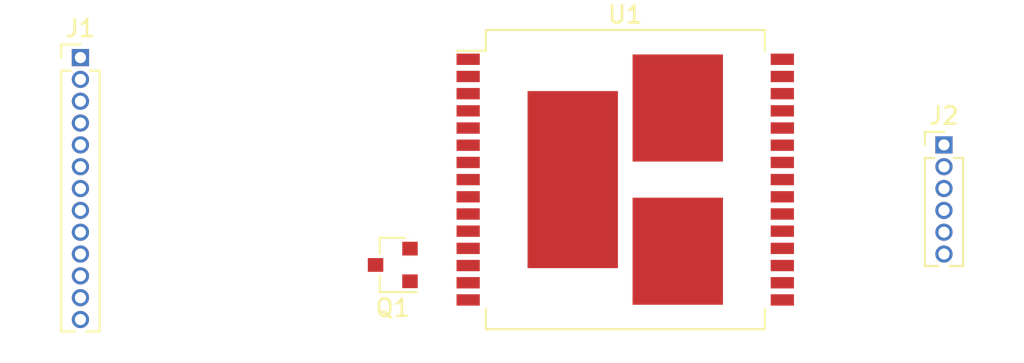
<source format=kicad_pcb>
(kicad_pcb (version 20171130) (host pcbnew "(5.1.9)-1")

  (general
    (thickness 1.6)
    (drawings 0)
    (tracks 0)
    (zones 0)
    (modules 4)
    (nets 21)
  )

  (page User 200 150.012)
  (title_block
    (title MotorDriverBreakout)
    (date 2021-09-27)
    (rev 0)
    (company "Mars Rover Design Team")
    (comment 1 "Drawn By: Patrick Simoni")
  )

  (layers
    (0 F.Cu signal)
    (31 B.Cu signal)
    (32 B.Adhes user)
    (33 F.Adhes user)
    (34 B.Paste user)
    (35 F.Paste user)
    (36 B.SilkS user)
    (37 F.SilkS user)
    (38 B.Mask user)
    (39 F.Mask user)
    (40 Dwgs.User user)
    (41 Cmts.User user)
    (42 Eco1.User user)
    (43 Eco2.User user)
    (44 Edge.Cuts user)
    (45 Margin user)
    (46 B.CrtYd user)
    (47 F.CrtYd user)
    (48 B.Fab user)
    (49 F.Fab user)
  )

  (setup
    (last_trace_width 0.25)
    (trace_clearance 0.2)
    (zone_clearance 0.508)
    (zone_45_only no)
    (trace_min 0.2)
    (via_size 0.8)
    (via_drill 0.4)
    (via_min_size 0.4)
    (via_min_drill 0.3)
    (uvia_size 0.3)
    (uvia_drill 0.1)
    (uvias_allowed no)
    (uvia_min_size 0.2)
    (uvia_min_drill 0.1)
    (edge_width 0.05)
    (segment_width 0.2)
    (pcb_text_width 0.3)
    (pcb_text_size 1.5 1.5)
    (mod_edge_width 0.12)
    (mod_text_size 1 1)
    (mod_text_width 0.15)
    (pad_size 1.524 1.524)
    (pad_drill 0.762)
    (pad_to_mask_clearance 0)
    (aux_axis_origin 0 0)
    (visible_elements 7FFFF7FF)
    (pcbplotparams
      (layerselection 0x010fc_ffffffff)
      (usegerberextensions false)
      (usegerberattributes true)
      (usegerberadvancedattributes true)
      (creategerberjobfile true)
      (excludeedgelayer true)
      (linewidth 0.100000)
      (plotframeref false)
      (viasonmask false)
      (mode 1)
      (useauxorigin false)
      (hpglpennumber 1)
      (hpglpenspeed 20)
      (hpglpendiameter 15.000000)
      (psnegative false)
      (psa4output false)
      (plotreference true)
      (plotvalue true)
      (plotinvisibletext false)
      (padsonsilk false)
      (subtractmaskfromsilk false)
      (outputformat 1)
      (mirror false)
      (drillshape 1)
      (scaleselection 1)
      (outputdirectory ""))
  )

  (net 0 "")
  (net 1 "Net-(Q1-Pad3)")
  (net 2 "Net-(J1-Pad11)")
  (net 3 "Net-(Q1-Pad1)")
  (net 4 "Net-(J2-Pad1)")
  (net 5 "Net-(U1-Pad29)")
  (net 6 "Net-(U1-Pad2)")
  (net 7 "Net-(C1-Pad2)")
  (net 8 "Net-(J1-Pad10)")
  (net 9 "Net-(J1-Pad7)")
  (net 10 "Net-(U1-Pad24)")
  (net 11 "Net-(J1-Pad8)")
  (net 12 "Net-(R3-Pad1)")
  (net 13 "Net-(U1-Pad22)")
  (net 14 "Net-(J1-Pad5)")
  (net 15 "Net-(J2-Pad4)")
  (net 16 "Net-(J1-Pad9)")
  (net 17 "Net-(U1-Pad17)")
  (net 18 "Net-(U1-Pad14)")
  (net 19 "Net-(J1-Pad6)")
  (net 20 "Net-(C1-Pad1)")

  (net_class Default "This is the default net class."
    (clearance 0.2)
    (trace_width 0.25)
    (via_dia 0.8)
    (via_drill 0.4)
    (uvia_dia 0.3)
    (uvia_drill 0.1)
    (add_net "Net-(C1-Pad1)")
    (add_net "Net-(C1-Pad2)")
    (add_net "Net-(J1-Pad10)")
    (add_net "Net-(J1-Pad11)")
    (add_net "Net-(J1-Pad5)")
    (add_net "Net-(J1-Pad6)")
    (add_net "Net-(J1-Pad7)")
    (add_net "Net-(J1-Pad8)")
    (add_net "Net-(J1-Pad9)")
    (add_net "Net-(J2-Pad1)")
    (add_net "Net-(J2-Pad4)")
    (add_net "Net-(Q1-Pad1)")
    (add_net "Net-(Q1-Pad3)")
    (add_net "Net-(R3-Pad1)")
    (add_net "Net-(U1-Pad14)")
    (add_net "Net-(U1-Pad17)")
    (add_net "Net-(U1-Pad2)")
    (add_net "Net-(U1-Pad22)")
    (add_net "Net-(U1-Pad24)")
    (add_net "Net-(U1-Pad29)")
  )

  (module Connector_PinHeader_1.27mm:PinHeader_1x06_P1.27mm_Vertical (layer F.Cu) (tedit 59FED6E3) (tstamp 6152FA6E)
    (at 116.84 53.975)
    (descr "Through hole straight pin header, 1x06, 1.27mm pitch, single row")
    (tags "Through hole pin header THT 1x06 1.27mm single row")
    (path /6153B4E4)
    (fp_text reference J2 (at 0 -1.695) (layer F.SilkS)
      (effects (font (size 1 1) (thickness 0.15)))
    )
    (fp_text value Conn_01x06 (at 0 8.045) (layer F.Fab)
      (effects (font (size 1 1) (thickness 0.15)))
    )
    (fp_text user %R (at 0 3.175 90) (layer F.Fab)
      (effects (font (size 1 1) (thickness 0.15)))
    )
    (fp_line (start -0.525 -0.635) (end 1.05 -0.635) (layer F.Fab) (width 0.1))
    (fp_line (start 1.05 -0.635) (end 1.05 6.985) (layer F.Fab) (width 0.1))
    (fp_line (start 1.05 6.985) (end -1.05 6.985) (layer F.Fab) (width 0.1))
    (fp_line (start -1.05 6.985) (end -1.05 -0.11) (layer F.Fab) (width 0.1))
    (fp_line (start -1.05 -0.11) (end -0.525 -0.635) (layer F.Fab) (width 0.1))
    (fp_line (start -1.11 7.045) (end -0.30753 7.045) (layer F.SilkS) (width 0.12))
    (fp_line (start 0.30753 7.045) (end 1.11 7.045) (layer F.SilkS) (width 0.12))
    (fp_line (start -1.11 0.76) (end -1.11 7.045) (layer F.SilkS) (width 0.12))
    (fp_line (start 1.11 0.76) (end 1.11 7.045) (layer F.SilkS) (width 0.12))
    (fp_line (start -1.11 0.76) (end -0.563471 0.76) (layer F.SilkS) (width 0.12))
    (fp_line (start 0.563471 0.76) (end 1.11 0.76) (layer F.SilkS) (width 0.12))
    (fp_line (start -1.11 0) (end -1.11 -0.76) (layer F.SilkS) (width 0.12))
    (fp_line (start -1.11 -0.76) (end 0 -0.76) (layer F.SilkS) (width 0.12))
    (fp_line (start -1.55 -1.15) (end -1.55 7.5) (layer F.CrtYd) (width 0.05))
    (fp_line (start -1.55 7.5) (end 1.55 7.5) (layer F.CrtYd) (width 0.05))
    (fp_line (start 1.55 7.5) (end 1.55 -1.15) (layer F.CrtYd) (width 0.05))
    (fp_line (start 1.55 -1.15) (end -1.55 -1.15) (layer F.CrtYd) (width 0.05))
    (pad 6 thru_hole oval (at 0 6.35) (size 1 1) (drill 0.65) (layers *.Cu *.Mask)
      (net 15 "Net-(J2-Pad4)"))
    (pad 5 thru_hole oval (at 0 5.08) (size 1 1) (drill 0.65) (layers *.Cu *.Mask)
      (net 15 "Net-(J2-Pad4)"))
    (pad 4 thru_hole oval (at 0 3.81) (size 1 1) (drill 0.65) (layers *.Cu *.Mask)
      (net 15 "Net-(J2-Pad4)"))
    (pad 3 thru_hole oval (at 0 2.54) (size 1 1) (drill 0.65) (layers *.Cu *.Mask)
      (net 4 "Net-(J2-Pad1)"))
    (pad 2 thru_hole oval (at 0 1.27) (size 1 1) (drill 0.65) (layers *.Cu *.Mask)
      (net 4 "Net-(J2-Pad1)"))
    (pad 1 thru_hole rect (at 0 0) (size 1 1) (drill 0.65) (layers *.Cu *.Mask)
      (net 4 "Net-(J2-Pad1)"))
    (model ${KISYS3DMOD}/Connector_PinHeader_1.27mm.3dshapes/PinHeader_1x06_P1.27mm_Vertical.wrl
      (at (xyz 0 0 0))
      (scale (xyz 1 1 1))
      (rotate (xyz 0 0 0))
    )
  )

  (module Connector_PinHeader_1.27mm:PinHeader_1x13_P1.27mm_Vertical (layer F.Cu) (tedit 59FED6E3) (tstamp 6152FA52)
    (at 66.675 48.895)
    (descr "Through hole straight pin header, 1x13, 1.27mm pitch, single row")
    (tags "Through hole pin header THT 1x13 1.27mm single row")
    (path /6152C2DC)
    (fp_text reference J1 (at 0 -1.695) (layer F.SilkS)
      (effects (font (size 1 1) (thickness 0.15)))
    )
    (fp_text value Conn_01x13 (at 0 16.935) (layer F.Fab)
      (effects (font (size 1 1) (thickness 0.15)))
    )
    (fp_text user %R (at 0 7.62 90) (layer F.Fab)
      (effects (font (size 1 1) (thickness 0.15)))
    )
    (fp_line (start -0.525 -0.635) (end 1.05 -0.635) (layer F.Fab) (width 0.1))
    (fp_line (start 1.05 -0.635) (end 1.05 15.875) (layer F.Fab) (width 0.1))
    (fp_line (start 1.05 15.875) (end -1.05 15.875) (layer F.Fab) (width 0.1))
    (fp_line (start -1.05 15.875) (end -1.05 -0.11) (layer F.Fab) (width 0.1))
    (fp_line (start -1.05 -0.11) (end -0.525 -0.635) (layer F.Fab) (width 0.1))
    (fp_line (start -1.11 15.935) (end -0.30753 15.935) (layer F.SilkS) (width 0.12))
    (fp_line (start 0.30753 15.935) (end 1.11 15.935) (layer F.SilkS) (width 0.12))
    (fp_line (start -1.11 0.76) (end -1.11 15.935) (layer F.SilkS) (width 0.12))
    (fp_line (start 1.11 0.76) (end 1.11 15.935) (layer F.SilkS) (width 0.12))
    (fp_line (start -1.11 0.76) (end -0.563471 0.76) (layer F.SilkS) (width 0.12))
    (fp_line (start 0.563471 0.76) (end 1.11 0.76) (layer F.SilkS) (width 0.12))
    (fp_line (start -1.11 0) (end -1.11 -0.76) (layer F.SilkS) (width 0.12))
    (fp_line (start -1.11 -0.76) (end 0 -0.76) (layer F.SilkS) (width 0.12))
    (fp_line (start -1.55 -1.15) (end -1.55 16.4) (layer F.CrtYd) (width 0.05))
    (fp_line (start -1.55 16.4) (end 1.55 16.4) (layer F.CrtYd) (width 0.05))
    (fp_line (start 1.55 16.4) (end 1.55 -1.15) (layer F.CrtYd) (width 0.05))
    (fp_line (start 1.55 -1.15) (end -1.55 -1.15) (layer F.CrtYd) (width 0.05))
    (pad 13 thru_hole oval (at 0 15.24) (size 1 1) (drill 0.65) (layers *.Cu *.Mask)
      (net 2 "Net-(J1-Pad11)"))
    (pad 12 thru_hole oval (at 0 13.97) (size 1 1) (drill 0.65) (layers *.Cu *.Mask)
      (net 2 "Net-(J1-Pad11)"))
    (pad 11 thru_hole oval (at 0 12.7) (size 1 1) (drill 0.65) (layers *.Cu *.Mask)
      (net 2 "Net-(J1-Pad11)"))
    (pad 10 thru_hole oval (at 0 11.43) (size 1 1) (drill 0.65) (layers *.Cu *.Mask)
      (net 8 "Net-(J1-Pad10)"))
    (pad 9 thru_hole oval (at 0 10.16) (size 1 1) (drill 0.65) (layers *.Cu *.Mask)
      (net 16 "Net-(J1-Pad9)"))
    (pad 8 thru_hole oval (at 0 8.89) (size 1 1) (drill 0.65) (layers *.Cu *.Mask)
      (net 11 "Net-(J1-Pad8)"))
    (pad 7 thru_hole oval (at 0 7.62) (size 1 1) (drill 0.65) (layers *.Cu *.Mask)
      (net 9 "Net-(J1-Pad7)"))
    (pad 6 thru_hole oval (at 0 6.35) (size 1 1) (drill 0.65) (layers *.Cu *.Mask)
      (net 19 "Net-(J1-Pad6)"))
    (pad 5 thru_hole oval (at 0 5.08) (size 1 1) (drill 0.65) (layers *.Cu *.Mask)
      (net 14 "Net-(J1-Pad5)"))
    (pad 4 thru_hole oval (at 0 3.81) (size 1 1) (drill 0.65) (layers *.Cu *.Mask)
      (net 20 "Net-(C1-Pad1)"))
    (pad 3 thru_hole oval (at 0 2.54) (size 1 1) (drill 0.65) (layers *.Cu *.Mask)
      (net 7 "Net-(C1-Pad2)"))
    (pad 2 thru_hole oval (at 0 1.27) (size 1 1) (drill 0.65) (layers *.Cu *.Mask)
      (net 7 "Net-(C1-Pad2)"))
    (pad 1 thru_hole rect (at 0 0) (size 1 1) (drill 0.65) (layers *.Cu *.Mask)
      (net 7 "Net-(C1-Pad2)"))
    (model ${KISYS3DMOD}/Connector_PinHeader_1.27mm.3dshapes/PinHeader_1x13_P1.27mm_Vertical.wrl
      (at (xyz 0 0 0))
      (scale (xyz 1 1 1))
      (rotate (xyz 0 0 0))
    )
  )

  (module Package_SO:ST_MultiPowerSO-30 (layer F.Cu) (tedit 5A02F25C) (tstamp 615291D8)
    (at 98.325 55.995)
    (descr "MultiPowerSO-30 3EP 16.0x17.2mm Pitch 1mm (http://www.st.com/resource/en/datasheet/vnh2sp30-e.pdf)")
    (tags "MultiPowerSO-30 3EP 16.0x17.2mm Pitch 1mm")
    (path /615E1185)
    (attr smd)
    (fp_text reference U1 (at 0 -9.6) (layer F.SilkS)
      (effects (font (size 1 1) (thickness 0.15)))
    )
    (fp_text value VNH5019A-E (at 0 9.6) (layer F.Fab)
      (effects (font (size 1 1) (thickness 0.15)))
    )
    (fp_line (start 10.05 8.85) (end -10.05 8.85) (layer F.CrtYd) (width 0.05))
    (fp_line (start 10.05 8.85) (end 10.05 -8.85) (layer F.CrtYd) (width 0.05))
    (fp_line (start -10.05 -8.85) (end -10.05 8.85) (layer F.CrtYd) (width 0.05))
    (fp_line (start -10.05 -8.85) (end 10.05 -8.85) (layer F.CrtYd) (width 0.05))
    (fp_line (start -8 -7.6) (end -8 8.6) (layer F.Fab) (width 0.1))
    (fp_line (start -7 -8.6) (end -8 -7.6) (layer F.Fab) (width 0.1))
    (fp_line (start 8 -8.6) (end -7 -8.6) (layer F.Fab) (width 0.1))
    (fp_line (start 8 8.6) (end 8 -8.6) (layer F.Fab) (width 0.1))
    (fp_line (start -8 8.6) (end 8 8.6) (layer F.Fab) (width 0.1))
    (fp_line (start -8.1 -7.5) (end -9.8 -7.5) (layer F.SilkS) (width 0.12))
    (fp_line (start -8.1 -8.7) (end -8.1 -7.5) (layer F.SilkS) (width 0.12))
    (fp_line (start -8 -8.7) (end -8.1 -8.7) (layer F.SilkS) (width 0.12))
    (fp_line (start 8 -8.7) (end -8 -8.7) (layer F.SilkS) (width 0.12))
    (fp_line (start -8.1 8.7) (end -8.1 7.5) (layer F.SilkS) (width 0.12))
    (fp_line (start 8 8.7) (end -8.1 8.7) (layer F.SilkS) (width 0.12))
    (fp_line (start 8.1 8.7) (end 8.1 7.5) (layer F.SilkS) (width 0.12))
    (fp_line (start 8 8.7) (end 8.1 8.7) (layer F.SilkS) (width 0.12))
    (fp_line (start 8.1 -8.7) (end 8.1 -7.5) (layer F.SilkS) (width 0.12))
    (fp_line (start 8 -8.7) (end 8.1 -8.7) (layer F.SilkS) (width 0.12))
    (fp_text user %R (at 0 0) (layer F.Fab)
      (effects (font (size 1 1) (thickness 0.15)))
    )
    (pad 33 smd rect (at 3.05 -4.165) (size 5.25 6.23) (layers F.Cu F.Paste F.Mask)
      (net 4 "Net-(J2-Pad1)"))
    (pad 31 smd rect (at -3.05 0) (size 5.25 10.3) (layers F.Cu F.Paste F.Mask)
      (net 1 "Net-(Q1-Pad3)"))
    (pad 30 smd rect (at 9.125 -7 270) (size 0.66 1.35) (layers F.Cu F.Paste F.Mask)
      (net 4 "Net-(J2-Pad1)"))
    (pad 1 smd rect (at -9.125 -7 270) (size 0.66 1.35) (layers F.Cu F.Paste F.Mask)
      (net 4 "Net-(J2-Pad1)"))
    (pad 29 smd rect (at 9.125 -6 270) (size 0.66 1.35) (layers F.Cu F.Paste F.Mask)
      (net 5 "Net-(U1-Pad29)"))
    (pad 2 smd rect (at -9.125 -6 270) (size 0.66 1.35) (layers F.Cu F.Paste F.Mask)
      (net 6 "Net-(U1-Pad2)"))
    (pad 28 smd rect (at 9.125 -5 270) (size 0.66 1.35) (layers F.Cu F.Paste F.Mask)
      (net 7 "Net-(C1-Pad2)"))
    (pad 3 smd rect (at -9.125 -5 270) (size 0.66 1.35) (layers F.Cu F.Paste F.Mask)
      (net 1 "Net-(Q1-Pad3)"))
    (pad 27 smd rect (at 9.125 -4 270) (size 0.66 1.35) (layers F.Cu F.Paste F.Mask)
      (net 7 "Net-(C1-Pad2)"))
    (pad 4 smd rect (at -9.125 -4 270) (size 0.66 1.35) (layers F.Cu F.Paste F.Mask)
      (net 8 "Net-(J1-Pad10)"))
    (pad 26 smd rect (at 9.125 -3 270) (size 0.66 1.35) (layers F.Cu F.Paste F.Mask)
      (net 7 "Net-(C1-Pad2)"))
    (pad 5 smd rect (at -9.125 -3 270) (size 0.66 1.35) (layers F.Cu F.Paste F.Mask)
      (net 9 "Net-(J1-Pad7)"))
    (pad 25 smd rect (at 9.125 -2 270) (size 0.66 1.35) (layers F.Cu F.Paste F.Mask)
      (net 4 "Net-(J2-Pad1)"))
    (pad 6 smd rect (at -9.125 -2 270) (size 0.66 1.35) (layers F.Cu F.Paste F.Mask)
      (net 7 "Net-(C1-Pad2)"))
    (pad 24 smd rect (at 9.125 -1 270) (size 0.66 1.35) (layers F.Cu F.Paste F.Mask)
      (net 10 "Net-(U1-Pad24)"))
    (pad 7 smd rect (at -9.125 -1 270) (size 0.66 1.35) (layers F.Cu F.Paste F.Mask)
      (net 11 "Net-(J1-Pad8)"))
    (pad 23 smd rect (at 9.125 0 270) (size 0.66 1.35) (layers F.Cu F.Paste F.Mask)
      (net 1 "Net-(Q1-Pad3)"))
    (pad 8 smd rect (at -9.125 0 270) (size 0.66 1.35) (layers F.Cu F.Paste F.Mask)
      (net 12 "Net-(R3-Pad1)"))
    (pad 22 smd rect (at 9.125 1 270) (size 0.66 1.35) (layers F.Cu F.Paste F.Mask)
      (net 13 "Net-(U1-Pad22)"))
    (pad 9 smd rect (at -9.125 1 270) (size 0.66 1.35) (layers F.Cu F.Paste F.Mask)
      (net 14 "Net-(J1-Pad5)"))
    (pad 21 smd rect (at 9.125 2 270) (size 0.66 1.35) (layers F.Cu F.Paste F.Mask)
      (net 15 "Net-(J2-Pad4)"))
    (pad 10 smd rect (at -9.125 2 270) (size 0.66 1.35) (layers F.Cu F.Paste F.Mask)
      (net 16 "Net-(J1-Pad9)"))
    (pad 20 smd rect (at 9.125 3 270) (size 0.66 1.35) (layers F.Cu F.Paste F.Mask)
      (net 7 "Net-(C1-Pad2)"))
    (pad 11 smd rect (at -9.125 3 270) (size 0.66 1.35) (layers F.Cu F.Paste F.Mask)
      (net 3 "Net-(Q1-Pad1)"))
    (pad 19 smd rect (at 9.125 4 270) (size 0.66 1.35) (layers F.Cu F.Paste F.Mask)
      (net 7 "Net-(C1-Pad2)"))
    (pad 12 smd rect (at -9.125 4 270) (size 0.66 1.35) (layers F.Cu F.Paste F.Mask)
      (net 2 "Net-(J1-Pad11)"))
    (pad 18 smd rect (at 9.125 5 270) (size 0.66 1.35) (layers F.Cu F.Paste F.Mask)
      (net 7 "Net-(C1-Pad2)"))
    (pad 13 smd rect (at -9.125 5 270) (size 0.66 1.35) (layers F.Cu F.Paste F.Mask)
      (net 1 "Net-(Q1-Pad3)"))
    (pad 17 smd rect (at 9.125 6 270) (size 0.66 1.35) (layers F.Cu F.Paste F.Mask)
      (net 17 "Net-(U1-Pad17)"))
    (pad 14 smd rect (at -9.125 6 270) (size 0.66 1.35) (layers F.Cu F.Paste F.Mask)
      (net 18 "Net-(U1-Pad14)"))
    (pad 16 smd rect (at 9.125 7 270) (size 0.66 1.35) (layers F.Cu F.Paste F.Mask)
      (net 15 "Net-(J2-Pad4)"))
    (pad 15 smd rect (at -9.125 7 270) (size 0.66 1.35) (layers F.Cu F.Paste F.Mask)
      (net 15 "Net-(J2-Pad4)"))
    (pad 32 smd rect (at 3.05 4.165) (size 5.25 6.23) (layers F.Cu F.Paste F.Mask)
      (net 15 "Net-(J2-Pad4)"))
    (model ${KISYS3DMOD}/Package_SO.3dshapes/ST_MultiPowerSO-30.wrl
      (at (xyz 0 0 0))
      (scale (xyz 1 1 1))
      (rotate (xyz 0 0 0))
    )
  )

  (module Package_TO_SOT_SMD:SOT-23 (layer F.Cu) (tedit 5A02FF57) (tstamp 6152919F)
    (at 84.82 60.96 180)
    (descr "SOT-23, Standard")
    (tags SOT-23)
    (path /615F6E9F)
    (attr smd)
    (fp_text reference Q1 (at 0 -2.5) (layer F.SilkS)
      (effects (font (size 1 1) (thickness 0.15)))
    )
    (fp_text value BSN20 (at 0 2.5) (layer F.Fab)
      (effects (font (size 1 1) (thickness 0.15)))
    )
    (fp_line (start 0.76 1.58) (end -0.7 1.58) (layer F.SilkS) (width 0.12))
    (fp_line (start 0.76 -1.58) (end -1.4 -1.58) (layer F.SilkS) (width 0.12))
    (fp_line (start -1.7 1.75) (end -1.7 -1.75) (layer F.CrtYd) (width 0.05))
    (fp_line (start 1.7 1.75) (end -1.7 1.75) (layer F.CrtYd) (width 0.05))
    (fp_line (start 1.7 -1.75) (end 1.7 1.75) (layer F.CrtYd) (width 0.05))
    (fp_line (start -1.7 -1.75) (end 1.7 -1.75) (layer F.CrtYd) (width 0.05))
    (fp_line (start 0.76 -1.58) (end 0.76 -0.65) (layer F.SilkS) (width 0.12))
    (fp_line (start 0.76 1.58) (end 0.76 0.65) (layer F.SilkS) (width 0.12))
    (fp_line (start -0.7 1.52) (end 0.7 1.52) (layer F.Fab) (width 0.1))
    (fp_line (start 0.7 -1.52) (end 0.7 1.52) (layer F.Fab) (width 0.1))
    (fp_line (start -0.7 -0.95) (end -0.15 -1.52) (layer F.Fab) (width 0.1))
    (fp_line (start -0.15 -1.52) (end 0.7 -1.52) (layer F.Fab) (width 0.1))
    (fp_line (start -0.7 -0.95) (end -0.7 1.5) (layer F.Fab) (width 0.1))
    (fp_text user %R (at 0 0 90) (layer F.Fab)
      (effects (font (size 0.5 0.5) (thickness 0.075)))
    )
    (pad 3 smd rect (at 1 0 180) (size 0.9 0.8) (layers F.Cu F.Paste F.Mask)
      (net 1 "Net-(Q1-Pad3)"))
    (pad 2 smd rect (at -1 0.95 180) (size 0.9 0.8) (layers F.Cu F.Paste F.Mask)
      (net 2 "Net-(J1-Pad11)"))
    (pad 1 smd rect (at -1 -0.95 180) (size 0.9 0.8) (layers F.Cu F.Paste F.Mask)
      (net 3 "Net-(Q1-Pad1)"))
    (model ${KISYS3DMOD}/Package_TO_SOT_SMD.3dshapes/SOT-23.wrl
      (at (xyz 0 0 0))
      (scale (xyz 1 1 1))
      (rotate (xyz 0 0 0))
    )
  )

)

</source>
